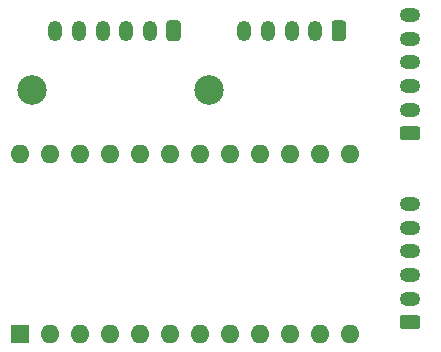
<source format=gbr>
%TF.GenerationSoftware,KiCad,Pcbnew,(5.1.9)-1*%
%TF.CreationDate,2021-10-16T13:54:30-06:00*%
%TF.ProjectId,stick_controller,73746963-6b5f-4636-9f6e-74726f6c6c65,rev?*%
%TF.SameCoordinates,Original*%
%TF.FileFunction,Soldermask,Bot*%
%TF.FilePolarity,Negative*%
%FSLAX46Y46*%
G04 Gerber Fmt 4.6, Leading zero omitted, Abs format (unit mm)*
G04 Created by KiCad (PCBNEW (5.1.9)-1) date 2021-10-16 13:54:30*
%MOMM*%
%LPD*%
G01*
G04 APERTURE LIST*
%ADD10R,1.600000X1.600000*%
%ADD11O,1.600000X1.600000*%
%ADD12O,1.200000X1.750000*%
%ADD13O,1.750000X1.200000*%
%ADD14C,2.500000*%
G04 APERTURE END LIST*
D10*
%TO.C,U1*%
X111980000Y-83018000D03*
D11*
X139920000Y-67778000D03*
X114520000Y-83018000D03*
X137380000Y-67778000D03*
X117060000Y-83018000D03*
X134840000Y-67778000D03*
X119600000Y-83018000D03*
X132300000Y-67778000D03*
X122140000Y-83018000D03*
X129760000Y-67778000D03*
X124680000Y-83018000D03*
X127220000Y-67778000D03*
X127220000Y-83018000D03*
X124680000Y-67778000D03*
X129760000Y-83018000D03*
X122140000Y-67778000D03*
X132300000Y-83018000D03*
X119600000Y-67778000D03*
X134840000Y-83018000D03*
X117060000Y-67778000D03*
X137380000Y-83018000D03*
X114520000Y-67778000D03*
X139920000Y-83018000D03*
X111980000Y-67778000D03*
%TD*%
D12*
%TO.C,J4*%
X130976000Y-57330000D03*
X132976000Y-57330000D03*
X134976000Y-57330000D03*
X136976000Y-57330000D03*
G36*
G01*
X139576000Y-56704999D02*
X139576000Y-57955001D01*
G75*
G02*
X139326001Y-58205000I-249999J0D01*
G01*
X138625999Y-58205000D01*
G75*
G02*
X138376000Y-57955001I0J249999D01*
G01*
X138376000Y-56704999D01*
G75*
G02*
X138625999Y-56455000I249999J0D01*
G01*
X139326001Y-56455000D01*
G75*
G02*
X139576000Y-56704999I0J-249999D01*
G01*
G37*
%TD*%
%TO.C,J3*%
X114976000Y-57330000D03*
X116976000Y-57330000D03*
X118976000Y-57330000D03*
X120976000Y-57330000D03*
X122976000Y-57330000D03*
G36*
G01*
X125576000Y-56704999D02*
X125576000Y-57955001D01*
G75*
G02*
X125326001Y-58205000I-249999J0D01*
G01*
X124625999Y-58205000D01*
G75*
G02*
X124376000Y-57955001I0J249999D01*
G01*
X124376000Y-56704999D01*
G75*
G02*
X124625999Y-56455000I249999J0D01*
G01*
X125326001Y-56455000D01*
G75*
G02*
X125576000Y-56704999I0J-249999D01*
G01*
G37*
%TD*%
D13*
%TO.C,J2*%
X145000000Y-72000000D03*
X145000000Y-74000000D03*
X145000000Y-76000000D03*
X145000000Y-78000000D03*
X145000000Y-80000000D03*
G36*
G01*
X145625001Y-82600000D02*
X144374999Y-82600000D01*
G75*
G02*
X144125000Y-82350001I0J249999D01*
G01*
X144125000Y-81649999D01*
G75*
G02*
X144374999Y-81400000I249999J0D01*
G01*
X145625001Y-81400000D01*
G75*
G02*
X145875000Y-81649999I0J-249999D01*
G01*
X145875000Y-82350001D01*
G75*
G02*
X145625001Y-82600000I-249999J0D01*
G01*
G37*
%TD*%
%TO.C,J1*%
X145000000Y-56000000D03*
X145000000Y-58000000D03*
X145000000Y-60000000D03*
X145000000Y-62000000D03*
X145000000Y-64000000D03*
G36*
G01*
X145625001Y-66600000D02*
X144374999Y-66600000D01*
G75*
G02*
X144125000Y-66350001I0J249999D01*
G01*
X144125000Y-65649999D01*
G75*
G02*
X144374999Y-65400000I249999J0D01*
G01*
X145625001Y-65400000D01*
G75*
G02*
X145875000Y-65649999I0J-249999D01*
G01*
X145875000Y-66350001D01*
G75*
G02*
X145625001Y-66600000I-249999J0D01*
G01*
G37*
%TD*%
D14*
%TO.C,H2*%
X127976000Y-62330000D03*
%TD*%
%TO.C,H1*%
X112976000Y-62330000D03*
%TD*%
M02*

</source>
